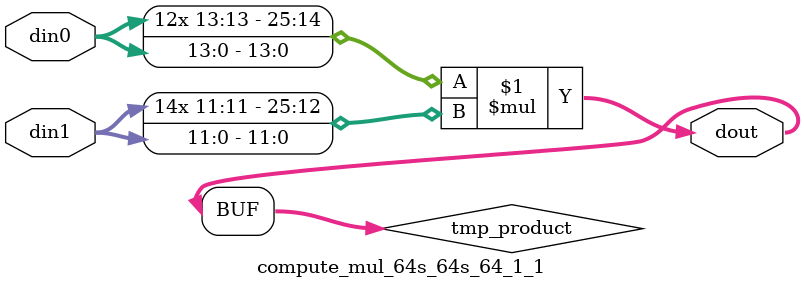
<source format=v>

`timescale 1 ns / 1 ps

 module compute_mul_64s_64s_64_1_1(din0, din1, dout);
parameter ID = 1;
parameter NUM_STAGE = 0;
parameter din0_WIDTH = 14;
parameter din1_WIDTH = 12;
parameter dout_WIDTH = 26;

input [din0_WIDTH - 1 : 0] din0; 
input [din1_WIDTH - 1 : 0] din1; 
output [dout_WIDTH - 1 : 0] dout;

wire signed [dout_WIDTH - 1 : 0] tmp_product;



























assign tmp_product = $signed(din0) * $signed(din1);








assign dout = tmp_product;





















endmodule

</source>
